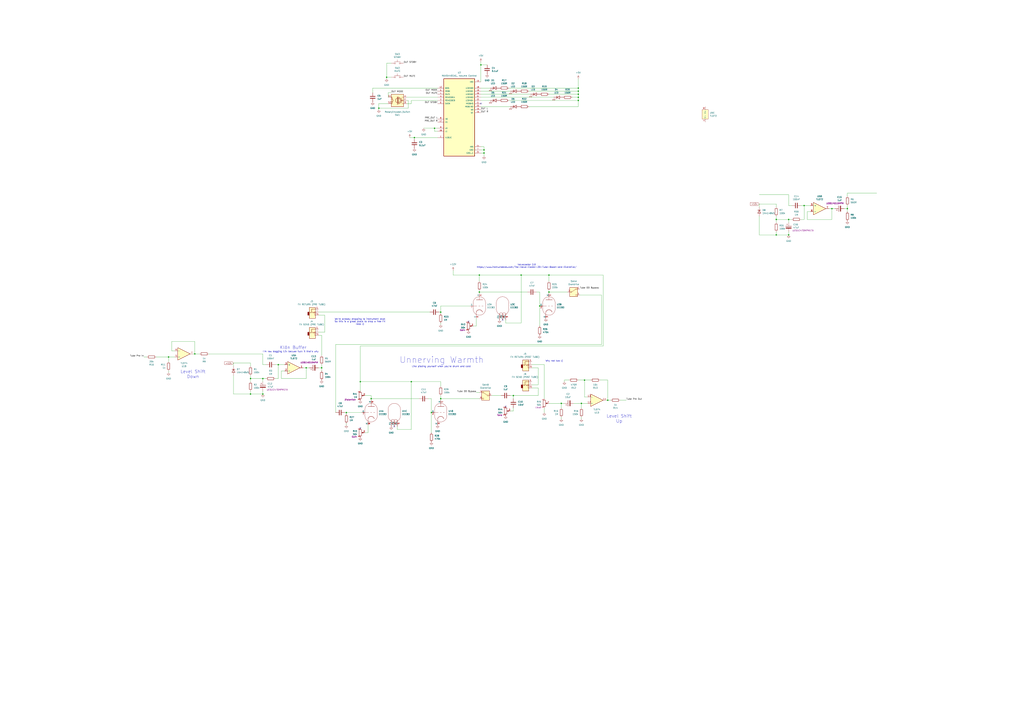
<source format=kicad_sch>
(kicad_sch (version 20231120) (generator "eeschema") (generator_version "8.0")
  (paper "A1")
  (title_block (title "Audio Thing Template") (rev "1.0") (company "velvia-fifty") (comment 1 "https://github.com/velvia-fifty/AudioThings") (comment 2 "You should have changed this already :)") (comment 4 "Stay humble"))
  (junction (at 215.9 311.15))
  (junction (at 660.4 168.91))
  (junction (at 393.7 226.06))
  (junction (at 394.97 53.34))
  (junction (at 337.82 313.69))
  (junction (at 228.6 299.72))
  (junction (at 138.43 293.37))
  (junction (at 443.23 251.46))
  (junction (at 474.98 80.01))
  (junction (at 695.96 171.45))
  (junction (at 499.11 328.93))
  (junction (at 295.91 313.69))
  (junction (at 474.98 77.47))
  (junction (at 647.7 180.34))
  (junction (at 637.54 193.04))
  (junction (at 474.98 74.93))
  (junction (at 427.99 226.06))
  (junction (at 354.33 339.09))
  (junction (at 450.85 226.06))
  (junction (at 480.06 312.42))
  (junction (at 311.15 88.9))
  (junction (at 474.98 82.55))
  (junction (at 397.51 125.73))
  (junction (at 421.64 325.12))
  (junction (at 450.85 240.03))
  (junction (at 474.98 72.39))
  (junction (at 215.9 323.85))
  (junction (at 284.48 339.09))
  (junction (at 317.5 63.5))
  (junction (at 477.52 331.47))
  (junction (at 251.46 302.26))
  (junction (at 397.51 123.19))
  (junction (at 647.7 193.04))
  (junction (at 304.8 327.66))
  (junction (at 205.74 311.15))
  (junction (at 340.36 113.03))
  (junction (at 356.87 105.41))
  (junction (at 361.95 327.66))
  (junction (at 637.54 180.34))
  (junction (at 160.02 290.83))
  (junction (at 461.01 331.47))
  (junction (at 683.26 171.45))
  (junction (at 205.74 323.85))
  (junction (at 393.7 240.03))
  (junction (at 361.95 256.54))
  (junction (at 264.16 302.26))
  (no_connect (at 384.81 264.16))
  (no_connect (at 415.29 334.01))
  (no_connect (at 323.85 350.52))
  (no_connect (at 412.75 262.89))
  (no_connect (at 295.91 351.79))
  (no_connect (at 394.97 85.09))
  (wire (pts (xy 264.16 299.72) (xy 264.16 302.26)))
  (wire (pts (xy 356.87 107.95) (xy 356.87 105.41)))
  (wire (pts (xy 218.44 299.72) (xy 215.9 299.72)))
  (wire (pts (xy 318.77 76.2) (xy 318.77 80.01)))
  (wire (pts (xy 337.82 313.69) (xy 361.95 313.69)))
  (wire (pts (xy 299.72 355.6) (xy 302.26 355.6)))
  (wire (pts (xy 251.46 302.26) (xy 248.92 302.26)))
  (wire (pts (xy 191.77 308.61) (xy 191.77 323.85)))
  (wire (pts (xy 495.3 226.06) (xy 450.85 226.06)))
  (wire (pts (xy 140.97 288.29) (xy 140.97 280.67)))
  (wire (pts (xy 394.97 125.73) (xy 397.51 125.73)))
  (wire (pts (xy 359.41 107.95) (xy 356.87 107.95)))
  (wire (pts (xy 647.7 180.34) (xy 637.54 180.34)))
  (wire (pts (xy 501.65 328.93) (xy 499.11 328.93)))
  (wire (pts (xy 394.97 87.63) (xy 419.1 87.63)))
  (wire (pts (xy 295.91 313.69) (xy 337.82 313.69)))
  (wire (pts (xy 386.08 251.46) (xy 361.95 251.46)))
  (wire (pts (xy 474.98 74.93) (xy 474.98 77.47)))
  (wire (pts (xy 411.48 325.12) (xy 403.86 325.12)))
  (wire (pts (xy 264.16 302.26) (xy 261.62 302.26)))
  (wire (pts (xy 354.33 327.66) (xy 354.33 339.09)))
  (wire (pts (xy 419.1 337.82) (xy 421.64 337.82)))
  (wire (pts (xy 304.8 325.12) (xy 304.8 327.66)))
  (wire (pts (xy 361.95 317.5) (xy 361.95 313.69)))
  (wire (pts (xy 660.4 168.91) (xy 665.48 168.91)))
  (wire (pts (xy 361.95 256.54) (xy 360.68 256.54)))
  (wire (pts (xy 476.25 242.57) (xy 494.03 242.57)))
  (wire (pts (xy 394.97 74.93) (xy 419.1 74.93)))
  (wire (pts (xy 275.59 339.09) (xy 275.59 283.21)))
  (wire (pts (xy 474.98 82.55) (xy 474.98 87.63)))
  (wire (pts (xy 215.9 311.15) (xy 205.74 311.15)))
  (wire (pts (xy 233.68 304.8) (xy 231.14 304.8)))
  (wire (pts (xy 356.87 105.41) (xy 359.41 105.41)))
  (wire (pts (xy 421.64 325.12) (xy 421.64 327.66)))
  (wire (pts (xy 158.75 290.83) (xy 160.02 290.83)))
  (wire (pts (xy 205.74 311.15) (xy 205.74 313.69)))
  (wire (pts (xy 251.46 302.26) (xy 254 302.26)))
  (wire (pts (xy 417.83 82.55) (xy 474.98 82.55)))
  (wire (pts (xy 361.95 325.12) (xy 361.95 327.66)))
  (wire (pts (xy 463.55 313.69) (xy 463.55 312.42)))
  (wire (pts (xy 637.54 177.8) (xy 637.54 180.34)))
  (wire (pts (xy 304.8 327.66) (xy 304.8 328.93)))
  (wire (pts (xy 321.31 52.07) (xy 317.5 52.07)))
  (wire (pts (xy 140.97 280.67) (xy 160.02 280.67)))
  (wire (pts (xy 361.95 327.66) (xy 361.95 328.93)))
  (wire (pts (xy 450.85 331.47) (xy 461.01 331.47)))
  (wire (pts (xy 143.51 288.29) (xy 140.97 288.29)))
  (wire (pts (xy 450.85 77.47) (xy 474.98 77.47)))
  (wire (pts (xy 637.54 170.18) (xy 637.54 167.64)))
  (wire (pts (xy 299.72 325.12) (xy 304.8 325.12)))
  (wire (pts (xy 421.64 337.82) (xy 421.64 335.28)))
  (wire (pts (xy 427.99 226.06) (xy 450.85 226.06)))
  (wire (pts (xy 266.7 259.08) (xy 261.62 259.08)))
  (wire (pts (xy 128.27 293.37) (xy 138.43 293.37)))
  (wire (pts (xy 393.7 240.03) (xy 433.07 240.03)))
  (wire (pts (xy 482.6 331.47) (xy 477.52 331.47)))
  (wire (pts (xy 434.34 74.93) (xy 474.98 74.93)))
  (wire (pts (xy 337.82 85.09) (xy 334.01 85.09)))
  (wire (pts (xy 637.54 190.5) (xy 637.54 193.04)))
  (wire (pts (xy 427.99 265.43) (xy 427.99 226.06)))
  (wire (pts (xy 205.74 321.31) (xy 205.74 323.85)))
  (wire (pts (xy 461.01 331.47) (xy 463.55 331.47)))
  (wire (pts (xy 317.5 63.5) (xy 321.31 63.5)))
  (wire (pts (xy 447.04 299.72) (xy 447.04 327.66)))
  (wire (pts (xy 492.76 312.42) (xy 499.11 312.42)))
  (wire (pts (xy 436.88 316.23) (xy 441.96 316.23)))
  (wire (pts (xy 623.57 177.8) (xy 623.57 193.04)))
  (wire (pts (xy 275.59 283.21) (xy 494.03 283.21)))
  (wire (pts (xy 474.98 87.63) (xy 434.34 87.63)))
  (wire (pts (xy 450.85 226.06) (xy 450.85 231.14)))
  (wire (pts (xy 361.95 257.81) (xy 361.95 256.54)))
  (wire (pts (xy 419.1 325.12) (xy 421.64 325.12)))
  (wire (pts (xy 393.7 240.03) (xy 393.7 241.3)))
  (wire (pts (xy 450.85 240.03) (xy 466.09 240.03)))
  (wire (pts (xy 372.11 226.06) (xy 393.7 226.06)))
  (wire (pts (xy 351.79 327.66) (xy 354.33 327.66)))
  (wire (pts (xy 402.59 72.39) (xy 394.97 72.39)))
  (wire (pts (xy 335.28 82.55) (xy 334.01 82.55)))
  (wire (pts (xy 205.74 308.61) (xy 205.74 311.15)))
  (wire (pts (xy 372.11 222.25) (xy 372.11 226.06)))
  (wire (pts (xy 662.94 180.34) (xy 683.26 180.34)))
  (wire (pts (xy 231.14 311.15) (xy 251.46 311.15)))
  (wire (pts (xy 443.23 251.46) (xy 443.23 267.97)))
  (wire (pts (xy 347.98 105.41) (xy 356.87 105.41)))
  (wire (pts (xy 474.98 64.77) (xy 474.98 72.39)))
  (wire (pts (xy 266.7 273.05) (xy 266.7 259.08)))
  (wire (pts (xy 118.11 293.37) (xy 120.65 293.37)))
  (wire (pts (xy 637.54 180.34) (xy 637.54 182.88)))
  (wire (pts (xy 695.96 158.75) (xy 720.09 158.75)))
  (wire (pts (xy 495.3 284.48) (xy 495.3 226.06)))
  (wire (pts (xy 394.97 80.01) (xy 454.66 80.01)))
  (wire (pts (xy 394.97 50.8) (xy 394.97 53.34)))
  (wire (pts (xy 637.54 167.64) (xy 623.57 167.64)))
  (wire (pts (xy 474.98 72.39) (xy 474.98 74.93)))
  (wire (pts (xy 499.11 312.42) (xy 499.11 328.93)))
  (wire (pts (xy 215.9 311.15) (xy 218.44 311.15)))
  (wire (pts (xy 311.15 88.9) (xy 335.28 88.9)))
  (wire (pts (xy 143.51 293.37) (xy 138.43 293.37)))
  (wire (pts (xy 311.15 85.09) (xy 318.77 85.09)))
  (wire (pts (xy 326.39 350.52) (xy 326.39 353.06)))
  (wire (pts (xy 321.31 76.2) (xy 318.77 76.2)))
  (wire (pts (xy 447.04 335.28) (xy 447.04 339.09)))
  (wire (pts (xy 138.43 304.8) (xy 138.43 306.07)))
  (wire (pts (xy 397.51 123.19) (xy 397.51 120.65)))
  (wire (pts (xy 463.55 312.42) (xy 467.36 312.42)))
  (wire (pts (xy 340.36 113.03) (xy 336.55 113.03)))
  (wire (pts (xy 317.5 64.77) (xy 317.5 63.5)))
  (wire (pts (xy 306.07 72.39) (xy 306.07 76.2)))
  (wire (pts (xy 650.24 168.91) (xy 647.7 168.91)))
  (wire (pts (xy 394.97 53.34) (xy 400.05 53.34)))
  (wire (pts (xy 393.7 238.76) (xy 393.7 240.03)))
  (wire (pts (xy 359.41 72.39) (xy 306.07 72.39)))
  (wire (pts (xy 480.06 326.39) (xy 480.06 312.42)))
  (wire (pts (xy 261.62 273.05) (xy 266.7 273.05)))
  (wire (pts (xy 441.96 316.23) (xy 441.96 302.26)))
  (wire (pts (xy 251.46 311.15) (xy 251.46 302.26)))
  (wire (pts (xy 335.28 88.9) (xy 335.28 82.55)))
  (wire (pts (xy 499.11 328.93) (xy 497.84 328.93)))
  (wire (pts (xy 215.9 323.85) (xy 215.9 321.31)))
  (wire (pts (xy 295.91 313.69) (xy 295.91 321.31)))
  (wire (pts (xy 302.26 355.6) (xy 302.26 349.25)))
  (wire (pts (xy 397.51 125.73) (xy 397.51 123.19)))
  (wire (pts (xy 494.03 283.21) (xy 494.03 242.57)))
  (wire (pts (xy 337.82 82.55) (xy 359.41 82.55)))
  (wire (pts (xy 393.7 226.06) (xy 393.7 231.14)))
  (wire (pts (xy 205.74 298.45) (xy 191.77 298.45)))
  (wire (pts (xy 205.74 323.85) (xy 191.77 323.85)))
  (wire (pts (xy 695.96 173.99) (xy 695.96 171.45)))
  (wire (pts (xy 295.91 284.48) (xy 495.3 284.48)))
  (wire (pts (xy 474.98 82.55) (xy 474.98 80.01)))
  (wire (pts (xy 394.97 53.34) (xy 394.97 67.31)))
  (wire (pts (xy 163.83 290.83) (xy 160.02 290.83)))
  (wire (pts (xy 311.15 85.09) (xy 311.15 88.9)))
  (wire (pts (xy 340.36 113.03) (xy 340.36 114.3)))
  (wire (pts (xy 359.41 113.03) (xy 340.36 113.03)))
  (wire (pts (xy 284.48 339.09) (xy 283.21 339.09)))
  (wire (pts (xy 394.97 82.55) (xy 402.59 82.55)))
  (wire (pts (xy 441.96 318.77) (xy 441.96 325.12)))
  (wire (pts (xy 415.29 262.89) (xy 415.29 265.43)))
  (wire (pts (xy 191.77 298.45) (xy 191.77 300.99)))
  (wire (pts (xy 441.96 302.26) (xy 436.88 302.26)))
  (wire (pts (xy 417.83 72.39) (xy 474.98 72.39)))
  (wire (pts (xy 393.7 322.58) (xy 391.16 322.58)))
  (wire (pts (xy 657.86 180.34) (xy 660.4 180.34)))
  (wire (pts (xy 647.7 182.88) (xy 647.7 180.34)))
  (wire (pts (xy 683.26 171.45) (xy 685.8 171.45)))
  (wire (pts (xy 477.52 331.47) (xy 471.17 331.47)))
  (wire (pts (xy 284.48 347.98) (xy 284.48 349.25)))
  (wire (pts (xy 477.52 342.9) (xy 477.52 344.17)))
  (wire (pts (xy 637.54 193.04) (xy 647.7 193.04)))
  (wire (pts (xy 623.57 167.64) (xy 623.57 170.18)))
  (wire (pts (xy 264.16 275.59) (xy 264.16 292.1)))
  (wire (pts (xy 388.62 267.97) (xy 391.16 267.97)))
  (wire (pts (xy 660.4 180.34) (xy 660.4 168.91)))
  (wire (pts (xy 415.29 265.43) (xy 427.99 265.43)))
  (wire (pts (xy 171.45 290.83) (xy 215.9 290.83)))
  (wire (pts (xy 317.5 52.07) (xy 317.5 63.5)))
  (wire (pts (xy 514.35 328.93) (xy 509.27 328.93)))
  (wire (pts (xy 474.98 77.47) (xy 474.98 80.01)))
  (wire (pts (xy 647.7 180.34) (xy 650.24 180.34)))
  (wire (pts (xy 695.96 168.91) (xy 695.96 171.45)))
  (wire (pts (xy 215.9 299.72) (xy 215.9 290.83)))
  (wire (pts (xy 361.95 327.66) (xy 393.7 327.66)))
  (wire (pts (xy 662.94 173.99) (xy 662.94 180.34)))
  (wire (pts (xy 231.14 304.8) (xy 231.14 311.15)))
  (wire (pts (xy 461.01 342.9) (xy 461.01 344.17)))
  (wire (pts (xy 436.88 299.72) (xy 447.04 299.72)))
  (wire (pts (xy 261.62 256.54) (xy 353.06 256.54)))
  (wire (pts (xy 647.7 168.91) (xy 647.7 160.02)))
  (wire (pts (xy 461.01 335.28) (xy 461.01 331.47)))
  (wire (pts (xy 261.62 275.59) (xy 264.16 275.59)))
  (wire (pts (xy 436.88 318.77) (xy 441.96 318.77)))
  (wire (pts (xy 440.69 240.03) (xy 443.23 240.03)))
  (wire (pts (xy 660.4 168.91) (xy 657.86 168.91)))
  (wire (pts (xy 337.82 313.69) (xy 337.82 353.06)))
  (wire (pts (xy 264.16 304.8) (xy 264.16 302.26)))
  (wire (pts (xy 361.95 251.46) (xy 361.95 256.54)))
  (wire (pts (xy 421.64 325.12) (xy 441.96 325.12)))
  (wire (pts (xy 304.8 327.66) (xy 344.17 327.66)))
  (wire (pts (xy 469.9 80.01) (xy 474.98 80.01)))
  (wire (pts (xy 647.7 193.04) (xy 647.7 190.5)))
  (wire (pts (xy 228.6 299.72) (xy 226.06 299.72)))
  (wire (pts (xy 480.06 312.42) (xy 485.14 312.42)))
  (wire (pts (xy 443.23 240.03) (xy 443.23 251.46)))
  (wire (pts (xy 391.16 267.97) (xy 391.16 261.62)))
  (wire (pts (xy 354.33 339.09) (xy 354.33 355.6)))
  (wire (pts (xy 295.91 313.69) (xy 295.91 284.48)))
  (wire (pts (xy 215.9 313.69) (xy 215.9 311.15)))
  (wire (pts (xy 474.98 312.42) (xy 480.06 312.42)))
  (wire (pts (xy 695.96 171.45) (xy 693.42 171.45)))
  (wire (pts (xy 683.26 171.45) (xy 680.72 171.45)))
  (wire (pts (xy 226.06 311.15) (xy 228.6 311.15)))
  (wire (pts (xy 477.52 335.28) (xy 477.52 331.47)))
  (wire (pts (xy 665.48 173.99) (xy 662.94 173.99)))
  (wire (pts (xy 205.74 323.85) (xy 215.9 323.85)))
  (wire (pts (xy 450.85 240.03) (xy 450.85 241.3)))
  (wire (pts (xy 435.61 77.47) (xy 394.97 77.47)))
  (wire (pts (xy 683.26 180.34) (xy 683.26 171.45)))
  (wire (pts (xy 361.95 265.43) (xy 361.95 266.7)))
  (wire (pts (xy 228.6 311.15) (xy 228.6 299.72)))
  (wire (pts (xy 482.6 326.39) (xy 480.06 326.39)))
  (wire (pts (xy 695.96 161.29) (xy 695.96 158.75)))
  (wire (pts (xy 160.02 280.67) (xy 160.02 290.83)))
  (wire (pts (xy 205.74 300.99) (xy 205.74 298.45)))
  (wire (pts (xy 393.7 226.06) (xy 427.99 226.06)))
  (wire (pts (xy 450.85 238.76) (xy 450.85 240.03)))
  (wire (pts (xy 326.39 353.06) (xy 337.82 353.06)))
  (wire (pts (xy 284.48 339.09) (xy 297.18 339.09)))
  (wire (pts (xy 337.82 82.55) (xy 337.82 85.09)))
  (wire (pts (xy 394.97 123.19) (xy 397.51 123.19)))
  (wire (pts (xy 311.15 88.9) (xy 311.15 90.17)))
  (wire (pts (xy 397.51 128.27) (xy 397.51 125.73)))
  (wire (pts (xy 623.57 160.02) (xy 647.7 160.02)))
  (wire (pts (xy 334.01 80.01) (xy 359.41 80.01)))
  (wire (pts (xy 397.51 120.65) (xy 394.97 120.65)))
  (wire (pts (xy 284.48 340.36) (xy 284.48 339.09)))
  (wire (pts (xy 637.54 193.04) (xy 623.57 193.04)))
  (wire (pts (xy 138.43 293.37) (xy 138.43 297.18)))
  (wire (pts (xy 228.6 299.72) (xy 233.68 299.72)))
  (text "Valvecaster 2.0\nhttps://www.instructables.com/The-Valve-Caster-20-Tube-Boost-and-Overdrive/" (at 432.562 218.694 0) (effects (font (size 1.27 1.27))))
  (text "Klōn Buffer" (at 240.792 285.75 0) (effects (font (size 2.54 2.54))))
  (text "Level Shift\nDown" (at 158.496 307.594 0) (effects (font (size 2.54 2.54))))
  (text "We're already dropping to instrument level\nSo this is a great place to drop a free FX\nloop :)" (at 295.656 264.414 0) (effects (font (size 1.27 1.27))))
  (text "Unnerving Warmth" (at 362.712 295.91 0) (effects (font (size 5.08 5.08))))
  (text "Like pissing yourself when you're drunk and cold" (at 362.458 301.244 0) (effects (font (size 1.27 1.27))))
  (text "Why not two :)" (at 455.168 296.672 0) (effects (font (size 1.27 1.27))))
  (text "I'm raw dogging 12v becuse fuck it that's why" (at 238.76 289.052 0) (effects (font (size 1.27 1.27))))
  (text "Level Shift\nUp" (at 508.508 344.17 0) (effects (font (size 2.54 2.54))))
  (label "OUT MODE" (at 321.31 76.2 0))
  (label "Tube Pre Out" (at 514.35 328.93 0))
  (label "OUT MUTE" (at 359.41 77.47 180))
  (label "OUT MODE" (at 359.41 74.93 180))
  (label "OUT STDBY" (at 359.41 85.09 180))
  (label "PRE_OUT L" (at 359.41 97.79 180))
  (label "OUT STDBY" (at 331.47 52.07 0))
  (label "OUT R" (at 394.97 92.71 0))
  (label "Tube OD Bypass" (at 391.16 322.58 180))
  (label "Tube Pre In" (at 118.11 293.37 180))
  (label "OUT L" (at 394.97 90.17 0))
  (label "PRE_OUT R" (at 359.41 100.33 180))
  (label "OUT MUTE" (at 331.47 63.5 0))
  (label "Tube OD Bypass" (at 476.25 237.49 0))
  (global_label "+12v" (shape input) (at 191.77 298.45 180) (property "Intersheetrefs" "${INTERSHEET_REFS}" (effects (hide yes))))
  (global_label "+12v" (shape input) (at 623.57 167.64 180) (property "Intersheetrefs" "${INTERSHEET_REFS}" (effects (hide yes))))
  (symbol (lib_id "PCM_4ms_IC:TL072") (at 673.1 171.45 0) (unit 2)
    (property "Reference" "U5" (at 673.1 161.29 0))
    (property "Value" "TL072" (at 673.1 163.83 0))
    (property "Footprint" "4ms_Package_SSOP:TSSOP-8_4.4x3mm_Pitch0.65mm" (effects (hide yes)))
    (property "Description" "TL072 Dual Opamp TSSOP-8" (effects (hide yes)))
    (property "Specifications" "TL072 Dual Opamp" (effects (hide yes)))
    (property "JLCPCB ID" "C90748" (effects (hide yes)))
  )
  (symbol (lib_id "Device:R") (at 471.17 312.42 90) (mirror x) (unit 1)
    (property "Reference" "R12" (at 471.17 318.77 90))
    (property "Value" "470R" (at 471.17 316.23 90))
    (property "Footprint" "Resistor_SMD:R_0805_2012Metric_Pad1.20x1.40mm_HandSolder" (effects (hide yes)))
    (property "Description" "Resistor" (effects (hide yes)))
  )
  (symbol (lib_id "Device:R") (at 361.95 261.62 180) (unit 1)
    (property "Reference" "R23" (at 364.49 260.3499 0) (effects (justify right)))
    (property "Value" "1M" (at 364.49 262.8899 0) (effects (justify right)))
    (property "Footprint" "Resistor_SMD:R_0805_2012Metric_Pad1.20x1.40mm_HandSolder" (effects (hide yes)))
    (property "Description" "Resistor" (effects (hide yes)))
  )
  (symbol (lib_id "Device:R") (at 430.53 74.93 90) (unit 1)
    (property "Reference" "R18" (at 430.53 68.58 90))
    (property "Value" "150R" (at 430.53 71.12 90))
    (property "Footprint" "Resistor_SMD:R_0805_2012Metric_Pad1.20x1.40mm_HandSolder" (effects (hide yes)))
    (property "Description" "Resistor" (effects (hide yes)))
  )
  (symbol (lib_id "Device:R") (at 450.85 234.95 180) (unit 1)
    (property "Reference" "R25" (at 453.39 233.6799 0) (effects (justify right)))
    (property "Value" "220k" (at 453.39 236.2199 0) (effects (justify right)))
    (property "Footprint" "Resistor_SMD:R_0805_2012Metric_Pad1.20x1.40mm_HandSolder" (effects (hide yes)))
    (property "Description" "Resistor" (effects (hide yes)))
  )
  (symbol (lib_id "power:GND") (at 354.33 363.22 0) (unit 1)
    (property "Reference" "#PWR040" (effects (hide yes)))
    (property "Value" "GND" (at 354.33 368.3 0))
    (property "Description" "Power symbol creates a global label with name \"GND\" , ground" (effects (hide yes)))
  )
  (symbol (lib_id "power:GND") (at 410.21 262.89 0) (unit 1)
    (property "Reference" "#PWR030" (effects (hide yes)))
    (property "Value" "GND" (at 410.21 267.97 0))
    (property "Description" "Power symbol creates a global label with name \"GND\" , ground" (effects (hide yes)))
  )
  (symbol (lib_id "Device:R") (at 284.48 344.17 180) (unit 1)
    (property "Reference" "R27" (at 287.02 342.8999 0) (effects (justify right)))
    (property "Value" "1M" (at 287.02 345.4399 0) (effects (justify right)))
    (property "Footprint" "Resistor_SMD:R_0805_2012Metric_Pad1.20x1.40mm_HandSolder" (effects (hide yes)))
    (property "Description" "Resistor" (effects (hide yes)))
  )
  (symbol (lib_id "power:GND") (at 647.7 193.04 0) (unit 1)
    (property "Reference" "#PWR04" (effects (hide yes)))
    (property "Value" "GND" (at 647.7 198.12 0))
    (property "Description" "Power symbol creates a global label with name \"GND\" , ground" (effects (hide yes)))
  )
  (symbol (lib_id "Switch:SW_MEC_5G") (at 326.39 63.5 0) (unit 1)
    (property "Reference" "SW2" (at 326.39 55.88 0))
    (property "Value" "MUTE" (at 326.39 58.42 0))
    (property "Footprint" "Button_Switch_SMD:SW_MEC_5GSH9" (effects (hide yes)))
    (property "Datasheet" "http://www.apem.com/int/index.php?controller=attachment&id_attachment=488" (effects (hide yes)))
    (property "Description" "MEC 5G single pole normally-open tactile switch" (effects (hide yes)))
  )
  (symbol (lib_id "power:+12V") (at 372.11 222.25 0) (unit 1)
    (property "Reference" "#PWR027" (effects (hide yes)))
    (property "Value" "+12V" (at 372.11 217.17 0))
    (property "Description" "Power symbol creates a global label with name \"+12V\"" (effects (hide yes)))
  )
  (symbol (lib_id "Device:R") (at 477.52 339.09 0) (mirror x) (unit 1)
    (property "Reference" "R16" (at 475.0616 337.8199 0) (effects (justify right)))
    (property "Value" "150k" (at 475.0616 340.3599 0) (effects (justify right)))
    (property "Footprint" "Resistor_SMD:R_0805_2012Metric_Pad1.20x1.40mm_HandSolder" (effects (hide yes)))
    (property "Description" "Resistor" (effects (hide yes)))
  )
  (symbol (lib_id "power:GND") (at 448.31 261.62 0) (unit 1)
    (property "Reference" "#PWR031" (effects (hide yes)))
    (property "Value" "GND" (at 448.31 266.7 0))
    (property "Description" "Power symbol creates a global label with name \"GND\" , ground" (effects (hide yes)))
  )
  (symbol (lib_id "power:GND") (at 695.96 181.61 0) (unit 1)
    (property "Reference" "#PWR03" (effects (hide yes)))
    (property "Value" "GND" (at 695.96 186.69 0))
    (property "Description" "Power symbol creates a global label with name \"GND\" , ground" (effects (hide yes)))
  )
  (symbol (lib_id "Device:C_Polarized") (at 257.81 302.26 90) (unit 1)
    (property "Reference" "C13" (at 259.588 292.862 90) (effects (justify left)))
    (property "Value" "1uF" (at 259.588 295.402 90) (effects (justify left)))
    (property "Footprint" "Capacitor_THT:CP_Radial_D8.0mm_P3.50mm" (effects (hide yes)))
    (property "Description" "Polarized capacitor" (effects (hide yes)))
    (property "Field5" "UDB1H010MPM" (at 254 297.942 90) (effects (font (italic yes))))
  )
  (symbol (lib_id "Amplifier_Operational:TL074") (at 151.13 290.83 0) (mirror x) (unit 2)
    (property "Reference" "U1" (at 151.13 300.99 0))
    (property "Value" "TL074" (at 151.13 298.45 0))
    (property "Footprint" "Package_SO:TSSOP-14_4.4x5mm_P0.65mm" (effects (hide yes)))
    (property "Datasheet" "http://www.ti.com/lit/ds/symlink/tl071.pdf" (effects (hide yes)))
    (property "Description" "Quad Low-Noise JFET-Input Operational Amplifiers, DIP-14/SOIC-14" (effects (hide yes)))
  )
  (symbol (lib_id "Device:C") (at 654.05 168.91 90) (unit 1)
    (property "Reference" "C14" (at 654.05 161.29 90))
    (property "Value" "100nF" (at 654.05 163.83 90))
    (property "Footprint" "Capacitor_SMD:C_0805_2012Metric_Pad1.18x1.45mm_HandSolder" (effects (hide yes)))
    (property "Description" "Unpolarized capacitor" (effects (hide yes)))
  )
  (symbol (lib_id "power:GND") (at 447.04 339.09 0) (unit 1)
    (property "Reference" "#PWR034" (effects (hide yes)))
    (property "Value" "GND" (at 447.04 344.17 0))
    (property "Description" "Power symbol creates a global label with name \"GND\" , ground" (effects (hide yes)))
  )
  (symbol (lib_id "Device:R_Potentiometer") (at 295.91 325.12 0) (unit 1)
    (property "Reference" "RV1" (at 293.37 323.8499 0) (effects (justify right)))
    (property "Value" "1M" (at 293.37 326.3899 0) (effects (justify right)))
    (property "Footprint" "Potentiometer_THT:Potentiometer_Bourns_PTV09A-1_Single_Vertical" (effects (hide yes)))
    (property "Description" "Potentiometer" (effects (hide yes)))
    (property "Field5" "Distortion" (at 287.528 328.422 0) (effects (font (italic yes))))
  )
  (symbol (lib_id "Device:C_Polarized") (at 467.36 331.47 90) (unit 1)
    (property "Reference" "C2" (at 466.471 323.85 90))
    (property "Value" "10uF" (at 466.471 326.39 90))
    (property "Footprint" "Capacitor_SMD:CP_Elec_5x5.4" (effects (hide yes)))
    (property "Datasheet" "https://www.digikey.com/en/products/detail/nichicon/UUQ1V100MCL1GB/1963930" (effects (hide yes)))
    (property "Description" "Polarized capacitor" (effects (hide yes)))
  )
  (symbol (lib_id "Device:R") (at 414.02 82.55 90) (unit 1)
    (property "Reference" "R21" (at 414.02 76.2 90))
    (property "Value" "150R" (at 414.02 78.74 90))
    (property "Footprint" "Resistor_SMD:R_0805_2012Metric_Pad1.20x1.40mm_HandSolder" (effects (hide yes)))
    (property "Description" "Resistor" (effects (hide yes)))
  )
  (symbol (lib_id "Device:C") (at 400.05 57.15 0) (unit 1)
    (property "Reference" "C4" (at 403.86 55.8799 0) (effects (justify left)))
    (property "Value" "0.1uF" (at 403.86 58.4199 0) (effects (justify left)))
    (property "Footprint" "Capacitor_SMD:C_0805_2012Metric_Pad1.18x1.45mm_HandSolder" (effects (hide yes)))
    (property "Description" "Unpolarized capacitor" (effects (hide yes)))
  )
  (symbol (lib_id "Device:R_Potentiometer") (at 415.29 337.82 0) (unit 1)
    (property "Reference" "RV4" (at 412.75 336.5499 0) (effects (justify right)))
    (property "Value" "50k" (at 412.75 339.0899 0) (effects (justify right)))
    (property "Footprint" "Potentiometer_THT:Potentiometer_Bourns_PTV09A-1_Single_Vertical" (effects (hide yes)))
    (property "Description" "Potentiometer" (effects (hide yes)))
    (property "Field5" "Tone" (at 410.21 341.122 0) (effects (font (italic yes))))
  )
  (symbol (lib_id "Device:C") (at 347.98 327.66 90) (unit 1)
    (property "Reference" "C11" (at 347.98 320.04 90))
    (property "Value" "47nF" (at 347.98 322.58 90))
    (property "Footprint" "Capacitor_SMD:C_0805_2012Metric_Pad1.18x1.45mm_HandSolder" (effects (hide yes)))
    (property "Description" "Unpolarized capacitor" (effects (hide yes)))
  )
  (symbol (lib_id "power:+5V") (at 474.98 64.77 0) (unit 1)
    (property "Reference" "#PWR026" (effects (hide yes)))
    (property "Value" "+5V" (at 474.98 59.69 0))
    (property "Description" "Power symbol creates a global label with name \"+5V\"" (effects (hide yes)))
  )
  (symbol (lib_id "power:GND") (at 306.07 83.82 0) (unit 1)
    (property "Reference" "#PWR013" (effects (hide yes)))
    (property "Value" "GND" (at 306.07 88.9 0))
    (property "Description" "Power symbol creates a global label with name \"GND\" , ground" (effects (hide yes)))
  )
  (symbol (lib_id "Device:R_Potentiometer") (at 447.04 331.47 0) (unit 1)
    (property "Reference" "RV5" (at 444.5 330.1999 0) (effects (justify right)))
    (property "Value" "50k" (at 444.5 332.7399 0) (effects (justify right)))
    (property "Footprint" "Potentiometer_THT:Potentiometer_Bourns_PTV09A-1_Single_Vertical" (effects (hide yes)))
    (property "Description" "Potentiometer" (effects (hide yes)))
    (property "Field5" "Loud" (at 441.96 334.772 0) (effects (font (italic yes))))
  )
  (symbol (lib_id "Switch:SW_MEC_5G") (at 326.39 52.07 0) (unit 1)
    (property "Reference" "SW3" (at 326.39 44.45 0))
    (property "Value" "STDBY" (at 326.39 46.99 0))
    (property "Footprint" "Button_Switch_SMD:SW_MEC_5GSH9" (effects (hide yes)))
    (property "Datasheet" "http://www.apem.com/int/index.php?controller=attachment&id_attachment=488" (effects (hide yes)))
    (property "Description" "MEC 5G single pole normally-open tactile switch" (effects (hide yes)))
  )
  (symbol (lib_id "PCM_4ms_IC:TL072") (at 241.3 302.26 0) (unit 1)
    (property "Reference" "U5" (at 241.3 292.1 0))
    (property "Value" "TL072" (at 241.3 294.64 0))
    (property "Footprint" "4ms_Package_SSOP:TSSOP-8_4.4x3mm_Pitch0.65mm" (effects (hide yes)))
    (property "Description" "TL072 Dual Opamp TSSOP-8" (effects (hide yes)))
    (property "Specifications" "TL072 Dual Opamp" (effects (hide yes)))
    (property "JLCPCB ID" "C90748" (effects (hide yes)))
  )
  (symbol (lib_id "Device:R") (at 466.09 80.01 90) (unit 1)
    (property "Reference" "R20" (at 466.09 73.66 90))
    (property "Value" "150R" (at 466.09 76.2 90))
    (property "Footprint" "Resistor_SMD:R_0805_2012Metric_Pad1.20x1.40mm_HandSolder" (effects (hide yes)))
    (property "Description" "Resistor" (effects (hide yes)))
  )
  (symbol (lib_id "AT-Symbols:MAX5440EAG_Volume Control") (at 377.19 95.25 0) (unit 1)
    (property "Reference" "U2" (at 377.19 59.69 0))
    (property "Value" "MAX5440EAG_ Volume Control" (at 377.19 62.23 0))
    (property "Footprint" "Package_SO:SSOP-24_5.3x8.2mm_P0.65mm" (effects (hide yes)))
    (property "Datasheet" "https://www.analog.com/media/en/technical-documentation/data-sheets/MAX5440.pdf" (effects (hide yes)))
  )
  (symbol (lib_id "power:+5V") (at 394.97 50.8 0) (unit 1)
    (property "Reference" "#PWR011" (effects (hide yes)))
    (property "Value" "+5V" (at 394.97 45.72 0))
    (property "Description" "Power symbol creates a global label with name \"+5V\"" (effects (hide yes)))
  )
  (symbol (lib_id "Device:LED") (at 406.4 82.55 0) (unit 1)
    (property "Reference" "D5" (at 404.8125 76.2 0))
    (property "Value" "LED" (at 404.8125 78.74 0))
    (property "Footprint" "LED_SMD:LED_0805_2012Metric_Pad1.15x1.40mm_HandSolder" (effects (hide yes)))
    (property "Description" "Light emitting diode" (effects (hide yes)))
  )
  (symbol (lib_id "Switch:SW_DPDT_x2") (at 398.78 325.12 0) (mirror y) (unit 2)
    (property "Reference" "SW4" (at 398.78 316.23 0))
    (property "Value" "Overdrive" (at 398.78 318.77 0))
    (property "Description" "Switch, dual pole double throw, separate symbols" (effects (hide yes)))
  )
  (symbol (lib_id "power:GND") (at 443.23 275.59 0) (unit 1)
    (property "Reference" "#PWR032" (effects (hide yes)))
    (property "Value" "GND" (at 443.23 280.67 0))
    (property "Description" "Power symbol creates a global label with name \"GND\" , ground" (effects (hide yes)))
  )
  (symbol (lib_id "Device:R_Potentiometer") (at 295.91 355.6 0) (unit 1)
    (property "Reference" "RV3" (at 293.37 354.3299 0) (effects (justify right)))
    (property "Value" "50k" (at 293.37 356.8699 0) (effects (justify right)))
    (property "Footprint" "Potentiometer_THT:Potentiometer_Bourns_PTV09A-1_Single_Vertical" (effects (hide yes)))
    (property "Description" "Potentiometer" (effects (hide yes)))
    (property "Field5" "Gain" (at 290.83 358.902 0) (effects (font (italic yes))))
  )
  (symbol (lib_id "power:GND") (at 400.05 60.96 0) (unit 1)
    (property "Reference" "#PWR012" (effects (hide yes)))
    (property "Value" "GND" (at 400.05 66.04 0))
    (property "Description" "Power symbol creates a global label with name \"GND\" , ground" (effects (hide yes)))
  )
  (symbol (lib_id "Device:R") (at 138.43 300.99 0) (mirror x) (unit 1)
    (property "Reference" "R11" (at 135.9716 299.7199 0) (effects (justify right)))
    (property "Value" "1k" (at 135.9716 302.2599 0) (effects (justify right)))
    (property "Footprint" "Resistor_SMD:R_0805_2012Metric_Pad1.20x1.40mm_HandSolder" (effects (hide yes)))
    (property "Description" "Resistor" (effects (hide yes)))
  )
  (symbol (lib_id "Connector_Audio:AudioJack2_SwitchT") (at 256.54 256.54 0) (unit 1)
    (property "Reference" "J3" (at 255.905 247.65 0))
    (property "Value" "FX RETURN (PRE TUBE)" (at 255.905 250.19 0))
    (property "Description" "Audio Jack, 2 Poles (Mono / TS), Switched T Pole (Normalling)" (effects (hide yes)))
  )
  (symbol (lib_id "Device:LED") (at 422.91 74.93 0) (unit 1)
    (property "Reference" "D2" (at 421.3225 68.58 0))
    (property "Value" "LED" (at 421.3225 71.12 0))
    (property "Footprint" "LED_SMD:LED_0805_2012Metric_Pad1.15x1.40mm_HandSolder" (effects (hide yes)))
    (property "Description" "Light emitting diode" (effects (hide yes)))
  )
  (symbol (lib_id "Device:C_Polarized") (at 647.7 186.69 0) (unit 1)
    (property "Reference" "C16" (at 651.51 184.5309 0) (effects (justify left)))
    (property "Value" "47uF" (at 651.51 187.0709 0) (effects (justify left)))
    (property "Footprint" "Capacitor_THT:CP_Radial_D8.0mm_P3.50mm" (effects (hide yes)))
    (property "Description" "Polarized capacitor" (effects (hide yes)))
    (property "Field5" "UES1C470MPM1TA" (at 659.384 189.484 0) (effects (font (italic yes))))
  )
  (symbol (lib_id "Amplifier_Operational:TL074") (at 490.22 328.93 0) (mirror x) (unit 4)
    (property "Reference" "U1" (at 490.22 339.09 0))
    (property "Value" "TL074" (at 490.22 336.55 0))
    (property "Footprint" "Package_SO:TSSOP-14_4.4x5mm_P0.65mm" (effects (hide yes)))
    (property "Datasheet" "http://www.ti.com/lit/ds/symlink/tl071.pdf" (effects (hide yes)))
    (property "Description" "Quad Low-Noise JFET-Input Operational Amplifiers, DIP-14/SOIC-14" (effects (hide yes)))
  )
  (symbol (lib_id "power:GND") (at 384.81 271.78 0) (unit 1)
    (property "Reference" "#PWR029" (effects (hide yes)))
    (property "Value" "GND" (at 384.81 276.86 0))
    (property "Description" "Power symbol creates a global label with name \"GND\" , ground" (effects (hide yes)))
  )
  (symbol (lib_id "Connector_Audio:AudioJack2_SwitchT") (at 256.54 273.05 0) (unit 1)
    (property "Reference" "J4" (at 255.905 264.16 0))
    (property "Value" "FX SEND (PRE TUBE)" (at 255.905 266.7 0))
    (property "Description" "Audio Jack, 2 Poles (Mono / TS), Switched T Pole (Normalling)" (effects (hide yes)))
  )
  (symbol (lib_id "Device:C") (at 421.64 331.47 180) (unit 1)
    (property "Reference" "C10" (at 425.45 330.1999 0) (effects (justify right)))
    (property "Value" "10nF" (at 425.45 332.7399 0) (effects (justify right)))
    (property "Footprint" "Capacitor_SMD:C_0805_2012Metric_Pad1.18x1.45mm_HandSolder" (effects (hide yes)))
    (property "Description" "Unpolarized capacitor" (effects (hide yes)))
  )
  (symbol (lib_id "Device:R") (at 361.95 321.31 180) (unit 1)
    (property "Reference" "R29" (at 364.49 320.0399 0) (effects (justify right)))
    (property "Value" "100k" (at 364.49 322.5799 0) (effects (justify right)))
    (property "Footprint" "Resistor_SMD:R_0805_2012Metric_Pad1.20x1.40mm_HandSolder" (effects (hide yes)))
    (property "Description" "Resistor" (effects (hide yes)))
  )
  (symbol (lib_id "power:GND") (at 295.91 328.93 0) (unit 1)
    (property "Reference" "#PWR038" (effects (hide yes)))
    (property "Value" "GND" (at 295.91 334.01 0))
    (property "Description" "Power symbol creates a global label with name \"GND\" , ground" (effects (hide yes)))
  )
  (symbol (lib_id "Device:R") (at 695.96 165.1 180) (unit 1)
    (property "Reference" "R6" (at 698.5 163.8299 0) (effects (justify right)))
    (property "Value" "560R" (at 698.5 166.3699 0) (effects (justify right)))
    (property "Footprint" "Resistor_SMD:R_0805_2012Metric_Pad1.20x1.40mm_HandSolder" (effects (hide yes)))
    (property "Description" "Resistor" (effects (hide yes)))
  )
  (symbol (lib_id "power:GND") (at 215.9 323.85 0) (unit 1)
    (property "Reference" "#PWR02" (effects (hide yes)))
    (property "Value" "GND" (at 215.9 328.93 0))
    (property "Description" "Power symbol creates a global label with name \"GND\" , ground" (effects (hide yes)))
  )
  (symbol (lib_id "Device:R") (at 447.04 77.47 90) (unit 1)
    (property "Reference" "R19" (at 447.04 71.12 90))
    (property "Value" "150R" (at 447.04 73.66 90))
    (property "Footprint" "Resistor_SMD:R_0805_2012Metric_Pad1.20x1.40mm_HandSolder" (effects (hide yes)))
    (property "Description" "Resistor" (effects (hide yes)))
  )
  (symbol (lib_id "power:GND") (at 321.31 350.52 0) (unit 1)
    (property "Reference" "#PWR037" (effects (hide yes)))
    (property "Value" "GND" (at 321.31 355.6 0))
    (property "Description" "Power symbol creates a global label with name \"GND\" , ground" (effects (hide yes)))
  )
  (symbol (lib_id "Diode:1N4148WS") (at 623.57 173.99 270) (unit 1)
    (property "Reference" "D8" (at 626.11 172.7199 90) (effects (justify left)))
    (property "Value" "1N4148WS" (at 626.11 175.2599 90) (effects (justify left)))
    (property "Footprint" "Diode_SMD:D_SOD-323" (effects (hide yes)))
    (property "Datasheet" "https://www.vishay.com/docs/85751/1n4148ws.pdf" (effects (hide yes)))
    (property "Description" "75V 0.15A Fast switching Diode, SOD-323" (effects (hide yes)))
    (property "Sim.Device" "D" (effects (hide yes)))
    (property "Sim.Pins" "1=K 2=A" (effects (hide yes)))
  )
  (symbol (lib_id "Device:R") (at 461.01 339.09 0) (mirror x) (unit 1)
    (property "Reference" "R15" (at 458.5516 337.8199 0) (effects (justify right)))
    (property "Value" "1M" (at 458.5516 340.3599 0) (effects (justify right)))
    (property "Footprint" "Resistor_SMD:R_0805_2012Metric_Pad1.20x1.40mm_HandSolder" (effects (hide yes)))
    (property "Description" "Resistor" (effects (hide yes)))
  )
  (symbol (lib_id "Device:R") (at 695.96 177.8 180) (unit 1)
    (property "Reference" "R8" (at 698.5 176.5299 0) (effects (justify right)))
    (property "Value" "100k" (at 698.5 179.0699 0) (effects (justify right)))
    (property "Footprint" "Resistor_SMD:R_0805_2012Metric_Pad1.20x1.40mm_HandSolder" (effects (hide yes)))
    (property "Description" "Resistor" (effects (hide yes)))
  )
  (symbol (lib_id "Device:R") (at 654.05 180.34 90) (unit 1)
    (property "Reference" "R30" (at 654.05 173.99 90))
    (property "Value" "1M" (at 654.05 176.53 90))
    (property "Footprint" "Resistor_SMD:R_0805_2012Metric_Pad1.20x1.40mm_HandSolder" (effects (hide yes)))
    (property "Description" "Resistor" (effects (hide yes)))
  )
  (symbol (lib_id "power:GND") (at 284.48 349.25 0) (unit 1)
    (property "Reference" "#PWR035" (effects (hide yes)))
    (property "Value" "GND" (at 284.48 354.33 0))
    (property "Description" "Power symbol creates a global label with name \"GND\" , ground" (effects (hide yes)))
  )
  (symbol (lib_id "power:GND") (at 461.01 344.17 0) (unit 1)
    (property "Reference" "#PWR018" (effects (hide yes)))
    (property "Value" "GND" (at 461.01 349.25 0))
    (property "Description" "Power symbol creates a global label with name \"GND\" , ground" (effects (hide yes)))
  )
  (symbol (lib_id "power:GND") (at 415.29 341.63 0) (unit 1)
    (property "Reference" "#PWR033" (effects (hide yes)))
    (property "Value" "GND" (at 415.29 346.71 0))
    (property "Description" "Power symbol creates a global label with name \"GND\" , ground" (effects (hide yes)))
  )
  (symbol (lib_id "power:GND") (at 295.91 359.41 0) (unit 1)
    (property "Reference" "#PWR036" (effects (hide yes)))
    (property "Value" "GND" (at 295.91 364.49 0))
    (property "Description" "Power symbol creates a global label with name \"GND\" , ground" (effects (hide yes)))
  )
  (symbol (lib_id "Device:R") (at 264.16 308.61 180) (unit 1)
    (property "Reference" "R4" (at 266.7 307.3399 0) (effects (justify right)))
    (property "Value" "100k" (at 266.7 309.8799 0) (effects (justify right)))
    (property "Footprint" "Resistor_SMD:R_0805_2012Metric_Pad1.20x1.40mm_HandSolder" (effects (hide yes)))
    (property "Description" "Resistor" (effects (hide yes)))
  )
  (symbol (lib_id "power:GND") (at 463.55 313.69 0) (unit 1)
    (property "Reference" "#PWR017" (effects (hide yes)))
    (property "Value" "GND" (at 463.55 318.77 0))
    (property "Description" "Power symbol creates a global label with name \"GND\" , ground" (effects (hide yes)))
  )
  (symbol (lib_id "power:GND") (at 264.16 312.42 0) (unit 1)
    (property "Reference" "#PWR01" (effects (hide yes)))
    (property "Value" "GND" (at 264.16 317.5 0))
    (property "Description" "Power symbol creates a global label with name \"GND\" , ground" (effects (hide yes)))
  )
  (symbol (lib_id "power:GND") (at 317.5 64.77 0) (unit 1)
    (property "Reference" "#PWR025" (effects (hide yes)))
    (property "Value" "GND" (at 317.5 69.85 0))
    (property "Description" "Power symbol creates a global label with name \"GND\" , ground" (effects (hide yes)))
  )
  (symbol (lib_id "power:+5V") (at 336.55 113.03 0) (unit 1)
    (property "Reference" "#PWR010" (effects (hide yes)))
    (property "Value" "+5V" (at 336.55 107.95 0))
    (property "Description" "Power symbol creates a global label with name \"+5V\"" (effects (hide yes)))
  )
  (symbol (lib_id "Diode:1N4148WS") (at 191.77 304.8 270) (unit 1)
    (property "Reference" "D7" (at 194.31 303.5299 90) (effects (justify left)))
    (property "Value" "1N4148WS" (at 194.31 306.0699 90) (effects (justify left)))
    (property "Footprint" "Diode_SMD:D_SOD-323" (effects (hide yes)))
    (property "Datasheet" "https://www.vishay.com/docs/85751/1n4148ws.pdf" (effects (hide yes)))
    (property "Description" "75V 0.15A Fast switching Diode, SOD-323" (effects (hide yes)))
    (property "Sim.Device" "D" (effects (hide yes)))
    (property "Sim.Pins" "1=K 2=A" (effects (hide yes)))
  )
  (symbol (lib_id "Device:C") (at 340.36 118.11 0) (unit 1)
    (property "Reference" "C3" (at 344.17 116.8399 0) (effects (justify left)))
    (property "Value" "0.1uF" (at 344.17 119.3799 0) (effects (justify left)))
    (property "Footprint" "Capacitor_SMD:C_0805_2012Metric_Pad1.18x1.45mm_HandSolder" (effects (hide yes)))
    (property "Description" "Unpolarized capacitor" (effects (hide yes)))
  )
  (symbol (lib_id "Valve:ECC83") (at 393.7 251.46 0) (unit 1)
    (property "Reference" "U3" (at 400.05 250.1899 0) (effects (justify left)))
    (property "Value" "ECC83" (at 400.05 252.7299 0) (effects (justify left)))
    (property "Footprint" "Valve:Valve_Noval_P" (effects (hide yes)))
    (property "Datasheet" "http://www.r-type.org/pdfs/ecc83.pdf" (effects (hide yes)))
    (property "Description" "double triode" (effects (hide yes)))
  )
  (symbol (lib_id "power:GND") (at 397.51 128.27 0) (unit 1)
    (property "Reference" "#PWR07" (effects (hide yes)))
    (property "Value" "GND" (at 397.51 133.35 0))
    (property "Description" "Power symbol creates a global label with name \"GND\" , ground" (effects (hide yes)))
  )
  (symbol (lib_id "PCM_4ms_IC:TL072") (at 579.12 93.98 0) (unit 3)
    (property "Reference" "U5" (at 582.93 92.7099 0) (effects (justify left)))
    (property "Value" "TL072" (at 582.93 95.2499 0) (effects (justify left)))
    (property "Footprint" "4ms_Package_SSOP:TSSOP-8_4.4x3mm_Pitch0.65mm" (effects (hide yes)))
    (property "Description" "TL072 Dual Opamp TSSOP-8" (effects (hide yes)))
    (property "Specifications" "TL072 Dual Opamp" (effects (hide yes)))
    (property "JLCPCB ID" "C90748" (effects (hide yes)))
  )
  (symbol (lib_id "Device:R") (at 205.74 317.5 180) (unit 1)
    (property "Reference" "R2" (at 208.28 316.2299 0) (effects (justify right)))
    (property "Value" "100k" (at 208.28 318.7699 0) (effects (justify right)))
    (property "Footprint" "Resistor_SMD:R_0805_2012Metric_Pad1.20x1.40mm_HandSolder" (effects (hide yes)))
    (property "Description" "Resistor" (effects (hide yes)))
  )
  (symbol (lib_id "Device:C") (at 306.07 80.01 0) (unit 1)
    (property "Reference" "C5" (at 309.88 78.7399 0) (effects (justify left)))
    (property "Value" "1uF" (at 309.88 81.2799 0) (effects (justify left)))
    (property "Footprint" "Capacitor_SMD:C_0805_2012Metric_Pad1.18x1.45mm_HandSolder" (effects (hide yes)))
    (property "Description" "Unpolarized capacitor" (effects (hide yes)))
  )
  (symbol (lib_id "Valve:ECC83") (at 304.8 339.09 0) (unit 1)
    (property "Reference" "U4" (at 311.15 337.8199 0) (effects (justify left)))
    (property "Value" "ECC83" (at 311.15 340.3599 0) (effects (justify left)))
    (property "Footprint" "Valve:Valve_Noval_P" (effects (hide yes)))
    (property "Datasheet" "http://www.r-type.org/pdfs/ecc83.pdf" (effects (hide yes)))
    (property "Description" "double triode" (effects (hide yes)))
  )
  (symbol (lib_id "Device:R") (at 414.02 72.39 90) (unit 1)
    (property "Reference" "R17" (at 414.02 66.04 90))
    (property "Value" "150R" (at 414.02 68.58 90))
    (property "Footprint" "Resistor_SMD:R_0805_2012Metric_Pad1.20x1.40mm_HandSolder" (effects (hide yes)))
    (property "Description" "Resistor" (effects (hide yes)))
  )
  (symbol (lib_id "Device:R") (at 205.74 304.8 180) (unit 1)
    (property "Reference" "R1" (at 208.28 303.5299 0) (effects (justify right)))
    (property "Value" "100k" (at 208.28 306.0699 0) (effects (justify right)))
    (property "Footprint" "Resistor_SMD:R_0805_2012Metric_Pad1.20x1.40mm_HandSolder" (effects (hide yes)))
    (property "Description" "Resistor" (effects (hide yes)))
  )
  (symbol (lib_id "power:GND") (at 361.95 266.7 0) (unit 1)
    (property "Reference" "#PWR028" (effects (hide yes)))
    (property "Value" "GND" (at 361.95 271.78 0))
    (property "Description" "Power symbol creates a global label with name \"GND\" , ground" (effects (hide yes)))
  )
  (symbol (lib_id "Device:C_Polarized") (at 689.61 171.45 90) (unit 1)
    (property "Reference" "C15" (at 691.388 162.052 90) (effects (justify left)))
    (property "Value" "1uF" (at 691.388 164.592 90) (effects (justify left)))
    (property "Footprint" "Capacitor_THT:CP_Radial_D8.0mm_P3.50mm" (effects (hide yes)))
    (property "Description" "Polarized capacitor" (effects (hide yes)))
    (property "Field5" "UDB1H010MPM" (at 685.8 167.132 90) (effects (font (italic yes))))
  )
  (symbol (lib_id "Device:R_Potentiometer") (at 384.81 267.97 0) (unit 1)
    (property "Reference" "RV2" (at 382.27 266.6999 0) (effects (justify right)))
    (property "Value" "50k" (at 382.27 269.2399 0) (effects (justify right)))
    (property "Footprint" "Potentiometer_THT:Potentiometer_Bourns_PTV09A-1_Single_Vertical" (effects (hide yes)))
    (property "Description" "Potentiometer" (effects (hide yes)))
    (property "Field5" "Gain" (at 379.73 271.272 0) (effects (font (italic yes))))
  )
  (symbol (lib_id "power:GND") (at 138.43 306.07 0) (unit 1)
    (property "Reference" "#PWR05" (effects (hide yes)))
    (property "Value" "GND" (at 138.43 311.15 0))
    (property "Description" "Power symbol creates a global label with name \"GND\" , ground" (effects (hide yes)))
  )
  (symbol (lib_id "Device:R") (at 430.53 87.63 90) (unit 1)
    (property "Reference" "R22" (at 430.53 81.28 90))
    (property "Value" "150R" (at 430.53 83.82 90))
    (property "Footprint" "Resistor_SMD:R_0805_2012Metric_Pad1.20x1.40mm_HandSolder" (effects (hide yes)))
    (property "Description" "Resistor" (effects (hide yes)))
  )
  (symbol (lib_id "Valve:ECC83") (at 361.95 339.09 0) (unit 2)
    (property "Reference" "U4" (at 368.3 337.8199 0) (effects (justify left)))
    (property "Value" "ECC83" (at 368.3 340.3599 0) (effects (justify left)))
    (property "Footprint" "Valve:Valve_Noval_P" (effects (hide yes)))
    (property "Datasheet" "http://www.r-type.org/pdfs/ecc83.pdf" (effects (hide yes)))
    (property "Description" "double triode" (effects (hide yes)))
  )
  (symbol (lib_id "Device:C_Polarized") (at 215.9 317.5 0) (unit 1)
    (property "Reference" "C12" (at 219.71 315.3409 0) (effects (justify left)))
    (property "Value" "47uF" (at 219.71 317.8809 0) (effects (justify left)))
    (property "Footprint" "Capacitor_THT:CP_Radial_D8.0mm_P3.50mm" (effects (hide yes)))
    (property "Description" "Polarized capacitor" (effects (hide yes)))
    (property "Field5" "UES1C470MPM1TA" (at 227.584 320.294 0) (effects (font (italic yes))))
  )
  (symbol (lib_id "Valve:ECC83") (at 323.85 339.09 0) (unit 3)
    (property "Reference" "U4" (at 330.2 337.8199 0) (effects (justify left)))
    (property "Value" "ECC83" (at 330.2 340.3599 0) (effects (justify left)))
    (property "Footprint" "Valve:Valve_Noval_P" (effects (hide yes)))
    (property "Datasheet" "http://www.r-type.org/pdfs/ecc83.pdf" (effects (hide yes)))
    (property "Description" "double triode" (effects (hide yes)))
  )
  (symbol (lib_id "Valve:ECC83") (at 450.85 251.46 0) (unit 2)
    (property "Reference" "U3" (at 457.2 250.1899 0) (effects (justify left)))
    (property "Value" "ECC83" (at 457.2 252.7299 0) (effects (justify left)))
    (property "Footprint" "Valve:Valve_Noval_P" (effects (hide yes)))
    (property "Datasheet" "http://www.r-type.org/pdfs/ecc83.pdf" (effects (hide yes)))
    (property "Description" "double triode" (effects (hide yes)))
  )
  (symbol (lib_id "power:GND") (at 477.52 344.17 0) (unit 1)
    (property "Reference" "#PWR019" (effects (hide yes)))
    (property "Value" "GND" (at 477.52 349.25 0))
    (property "Description" "Power symbol creates a global label with name \"GND\" , ground" (effects (hide yes)))
  )
  (symbol (lib_id "Device:R") (at 505.46 328.93 90) (mirror x) (unit 1)
    (property "Reference" "R14" (at 505.46 335.28 90))
    (property "Value" "1k" (at 505.46 332.74 90))
    (property "Footprint" "Resistor_SMD:R_0805_2012Metric_Pad1.20x1.40mm_HandSolder" (effects (hide yes)))
    (property "Description" "Resistor" (effects (hide yes)))
  )
  (symbol (lib_id "Device:R") (at 393.7 234.95 180) (unit 1)
    (property "Reference" "R24" (at 396.24 233.6799 0) (effects (justify right)))
    (property "Value" "100k" (at 396.24 236.2199 0) (effects (justify right)))
    (property "Footprint" "Resistor_SMD:R_0805_2012Metric_Pad1.20x1.40mm_HandSolder" (effects (hide yes)))
    (property "Description" "Resistor" (effects (hide yes)))
  )
  (symbol (lib_id "Device:RotaryEncoder_Switch") (at 326.39 82.55 0) (mirror y) (unit 1)
    (property "Reference" "SW1" (at 326.39 94.488 0))
    (property "Value" "RotaryEncoder_Switch" (at 326.39 91.948 0))
    (property "Footprint" "Rotary_Encoder:RotaryEncoder_Bourns_Horizontal_PEC09-2xxxF-Nxxxx" (effects (hide yes)))
    (property "Description" "Rotary encoder, dual channel, incremental quadrate outputs, with switch" (effects (hide yes)))
  )
  (symbol (lib_id "power:GND") (at 340.36 121.92 0) (unit 1)
    (property "Reference" "#PWR09" (effects (hide yes)))
    (property "Value" "GND" (at 340.36 127 0))
    (property "Description" "Power symbol creates a global label with name \"GND\" , ground" (effects (hide yes)))
  )
  (symbol (lib_id "Device:C") (at 279.4 339.09 90) (unit 1)
    (property "Reference" "C8" (at 279.4 331.47 90))
    (property "Value" "47nF" (at 279.4 334.01 90))
    (property "Footprint" "Capacitor_SMD:C_0805_2012Metric_Pad1.18x1.45mm_HandSolder" (effects (hide yes)))
    (property "Description" "Unpolarized capacitor" (effects (hide yes)))
  )
  (symbol (lib_id "Device:R") (at 124.46 293.37 90) (mirror x) (unit 1)
    (property "Reference" "R10" (at 124.46 299.72 90))
    (property "Value" "20k" (at 124.46 297.18 90))
    (property "Footprint" "Resistor_SMD:R_0805_2012Metric_Pad1.20x1.40mm_HandSolder" (effects (hide yes)))
    (property "Description" "Resistor" (effects (hide yes)))
  )
  (symbol (lib_id "Device:C") (at 356.87 256.54 90) (unit 1)
    (property "Reference" "C6" (at 356.87 248.92 90))
    (property "Value" "47nF" (at 356.87 251.46 90))
    (property "Footprint" "Capacitor_SMD:C_0805_2012Metric_Pad1.18x1.45mm_HandSolder" (effects (hide yes)))
    (property "Description" "Unpolarized capacitor" (effects (hide yes)))
  )
  (symbol (lib_id "Device:C") (at 415.29 325.12 90) (unit 1)
    (property "Reference" "C9" (at 415.29 317.5 90))
    (property "Value" "1uF" (at 415.29 320.04 90))
    (property "Footprint" "Capacitor_SMD:C_0805_2012Metric_Pad1.18x1.45mm_HandSolder" (effects (hide yes)))
    (property "Description" "Unpolarized capacitor" (effects (hide yes)))
  )
  (symbol (lib_id "Device:R") (at 354.33 359.41 180) (unit 1)
    (property "Reference" "R28" (at 356.87 358.1399 0) (effects (justify right)))
    (property "Value" "470k" (at 356.87 360.6799 0) (effects (justify right)))
    (property "Footprint" "Resistor_SMD:R_0805_2012Metric_Pad1.20x1.40mm_HandSolder" (effects (hide yes)))
    (property "Description" "Resistor" (effects (hide yes)))
  )
  (symbol (lib_id "Device:C") (at 222.25 299.72 90) (unit 1)
    (property "Reference" "C1" (at 222.25 292.1 90))
    (property "Value" "100nF" (at 222.25 294.64 90))
    (property "Footprint" "Capacitor_SMD:C_0805_2012Metric_Pad1.18x1.45mm_HandSolder" (effects (hide yes)))
    (property "Description" "Unpolarized capacitor" (effects (hide yes)))
  )
  (symbol (lib_id "Device:R") (at 637.54 186.69 180) (unit 1)
    (property "Reference" "R31" (at 640.08 185.4199 0) (effects (justify right)))
    (property "Value" "100k" (at 640.08 187.9599 0) (effects (justify right)))
    (property "Footprint" "Resistor_SMD:R_0805_2012Metric_Pad1.20x1.40mm_HandSolder" (effects (hide yes)))
    (property "Description" "Resistor" (effects (hide yes)))
  )
  (symbol (lib_id "Device:LED") (at 422.91 87.63 0) (unit 1)
    (property "Reference" "D6" (at 421.3225 81.28 0))
    (property "Value" "LED" (at 421.3225 83.82 0))
    (property "Footprint" "LED_SMD:LED_0805_2012Metric_Pad1.15x1.40mm_HandSolder" (effects (hide yes)))
    (property "Description" "Light emitting diode" (effects (hide yes)))
  )
  (symbol (lib_id "Switch:SW_DPDT_x2") (at 471.17 240.03 0) (unit 1)
    (property "Reference" "SW4" (at 471.17 231.14 0))
    (property "Value" "Overdrive" (at 471.17 233.68 0))
    (property "Description" "Switch, dual pole double throw, separate symbols" (effects (hide yes)))
  )
  (symbol (lib_id "Connector_Audio:AudioJack2_SwitchT") (at 431.8 299.72 0) (unit 1)
    (property "Reference" "J5" (at 431.165 290.83 0))
    (property "Value" "FX RETURN (POST TUBE)" (at 431.165 293.37 0))
    (property "Description" "Audio Jack, 2 Poles (Mono / TS), Switched T Pole (Normalling)" (effects (hide yes)))
  )
  (symbol (lib_id "Valve:ECC83") (at 412.75 251.46 0) (unit 3)
    (property "Reference" "U3" (at 419.1 250.1899 0) (effects (justify left)))
    (property "Value" "ECC83" (at 419.1 252.7299 0) (effects (justify left)))
    (property "Footprint" "Valve:Valve_Noval_P" (effects (hide yes)))
    (property "Datasheet" "http://www.r-type.org/pdfs/ecc83.pdf" (effects (hide yes)))
    (property "Description" "double triode" (effects (hide yes)))
  )
  (symbol (lib_id "Device:R") (at 488.95 312.42 90) (mirror x) (unit 1)
    (property "Reference" "R13" (at 488.95 318.77 90))
    (property "Value" "10k" (at 488.95 316.23 90))
    (property "Footprint" "Resistor_SMD:R_0805_2012Metric_Pad1.20x1.40mm_HandSolder" (effects (hide yes)))
    (property "Description" "Resistor" (effects (hide yes)))
  )
  (symbol (lib_id "Device:R") (at 637.54 173.99 180) (unit 1)
    (property "Reference" "R7" (at 640.08 172.7199 0) (effects (justify right)))
    (property "Value" "100k" (at 640.08 175.2599 0) (effects (justify right)))
    (property "Footprint" "Resistor_SMD:R_0805_2012Metric_Pad1.20x1.40mm_HandSolder" (effects (hide yes)))
    (property "Description" "Resistor" (effects (hide yes)))
  )
  (symbol (lib_id "Connector_Audio:AudioJack2_SwitchT") (at 431.8 316.23 0) (unit 1)
    (property "Reference" "J6" (at 431.165 307.34 0))
    (property "Value" "FX SEND (POST TUBE)" (at 431.165 309.88 0))
    (property "Description" "Audio Jack, 2 Poles (Mono / TS), Switched T Pole (Normalling)" (effects (hide yes)))
  )
  (symbol (lib_id "Device:LED") (at 406.4 72.39 0) (unit 1)
    (property "Reference" "D1" (at 404.8125 66.04 0))
    (property "Value" "LED" (at 404.8125 68.58 0))
    (property "Footprint" "LED_SMD:LED_0805_2012Metric_Pad1.15x1.40mm_HandSolder" (effects (hide yes)))
    (property "Description" "Light emitting diode" (effects (hide yes)))
  )
  (symbol (lib_id "power:GND") (at 311.15 90.17 0) (unit 1)
    (property "Reference" "#PWR08" (effects (hide yes)))
    (property "Value" "GND" (at 311.15 95.25 0))
    (property "Description" "Power symbol creates a global label with name \"GND\" , ground" (effects (hide yes)))
  )
  (symbol (lib_id "power:GND") (at 347.98 105.41 0) (unit 1)
    (property "Reference" "#PWR020" (effects (hide yes)))
    (property "Value" "GND" (at 347.98 110.49 0))
    (property "Description" "Power symbol creates a global label with name \"GND\" , ground" (effects (hide yes)))
  )
  (symbol (lib_id "Device:C") (at 436.88 240.03 90) (unit 1)
    (property "Reference" "C7" (at 436.88 232.41 90))
    (property "Value" "47nF" (at 436.88 234.95 90))
    (property "Footprint" "Capacitor_SMD:C_0805_2012Metric_Pad1.18x1.45mm_HandSolder" (effects (hide yes)))
    (property "Description" "Unpolarized capacitor" (effects (hide yes)))
  )
  (symbol (lib_id "Device:R") (at 264.16 295.91 180) (unit 1)
    (property "Reference" "R5" (at 266.7 294.6399 0) (effects (justify right)))
    (property "Value" "560R" (at 266.7 297.1799 0) (effects (justify right)))
    (property "Footprint" "Resistor_SMD:R_0805_2012Metric_Pad1.20x1.40mm_HandSolder" (effects (hide yes)))
    (property "Description" "Resistor" (effects (hide yes)))
  )
  (symbol (lib_id "Device:R") (at 167.64 290.83 90) (mirror x) (unit 1)
    (property "Reference" "R9" (at 167.64 297.18 90))
    (property "Value" "1k" (at 167.64 294.64 90))
    (property "Footprint" "Resistor_SMD:R_0805_2012Metric_Pad1.20x1.40mm_HandSolder" (effects (hide yes)))
    (property "Description" "Resistor" (effects (hide yes)))
  )
  (symbol (lib_id "Device:R") (at 222.25 311.15 90) (unit 1)
    (property "Reference" "R3" (at 222.25 304.8 90))
    (property "Value" "1M" (at 222.25 307.34 90))
    (property "Footprint" "Resistor_SMD:R_0805_2012Metric_Pad1.20x1.40mm_HandSolder" (effects (hide yes)))
    (property "Description" "Resistor" (effects (hide yes)))
  )
  (symbol (lib_id "Device:LED") (at 458.47 80.01 0) (unit 1)
    (property "Reference" "D4" (at 456.8825 73.66 0))
    (property "Value" "LED" (at 456.8825 76.2 0))
    (property "Footprint" "LED_SMD:LED_0805_2012Metric_Pad1.15x1.40mm_HandSolder" (effects (hide yes)))
    (property "Description" "Light emitting diode" (effects (hide yes)))
  )
  (symbol (lib_id "Device:R") (at 443.23 271.78 180) (unit 1)
    (property "Reference" "R26" (at 445.77 270.5099 0) (effects (justify right)))
    (property "Value" "470k" (at 445.77 273.0499 0) (effects (justify right)))
    (property "Footprint" "Resistor_SMD:R_0805_2012Metric_Pad1.20x1.40mm_HandSolder" (effects (hide yes)))
    (property "Description" "Resistor" (effects (hide yes)))
  )
  (symbol (lib_id "Device:LED") (at 439.42 77.47 0) (unit 1)
    (property "Reference" "D3" (at 437.8325 71.12 0))
    (property "Value" "LED" (at 437.8325 73.66 0))
    (property "Footprint" "LED_SMD:LED_0805_2012Metric_Pad1.15x1.40mm_HandSolder" (effects (hide yes)))
    (property "Description" "Light emitting diode" (effects (hide yes)))
  )
  (symbol (lib_id "power:GND") (at 359.41 349.25 0) (unit 1)
    (property "Reference" "#PWR039" (effects (hide yes)))
    (property "Value" "GND" (at 359.41 354.33 0))
    (property "Description" "Power symbol creates a global label with name \"GND\" , ground" (effects (hide yes)))
  )
)
</source>
